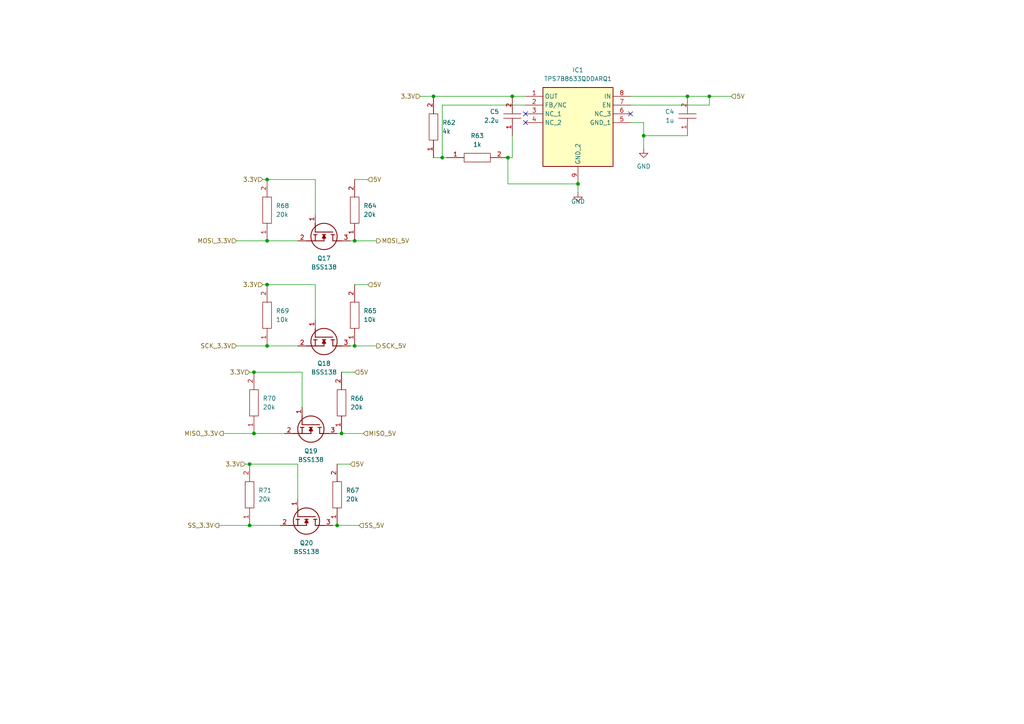
<source format=kicad_sch>
(kicad_sch (version 20231120) (generator "eeschema") (generator_version "8.0")
  (paper "A4")
  (title_block (title "VCU DEV_BENCH") (date "2024-06-28") (rev "v1") (company "EPSA"))
  (lib_symbols
    (symbol "BSS138:BSS138" (pin_names hide)
      (property "Reference" "Q" (at 11.43 3.81 0))
      (property "Value" "BSS138" (at 11.43 1.27 0))
      (symbol "BSS138_1_1"
        (polyline (pts (xy 2.54 0) (xy 5.08 0)) (stroke (width 0.254)))
        (polyline (pts (xy 5.08 5.08) (xy 5.08 0)) (stroke (width 0.254)))
        (polyline (pts (xy 5.842 -0.508) (xy 5.842 0.508)) (stroke (width 0.254)))
        (polyline (pts (xy 5.842 0) (xy 7.62 0)) (stroke (width 0.254)))
        (polyline (pts (xy 5.842 2.032) (xy 5.842 3.048)) (stroke (width 0.254)))
        (polyline (pts (xy 5.842 5.588) (xy 5.842 4.572)) (stroke (width 0.254)))
        (polyline (pts (xy 7.62 2.54) (xy 5.842 2.54)) (stroke (width 0.254)))
        (polyline (pts (xy 7.62 2.54) (xy 7.62 -2.54)) (stroke (width 0.254)))
        (polyline (pts (xy 7.62 5.08) (xy 5.842 5.08)) (stroke (width 0.254)))
        (polyline (pts (xy 7.62 5.08) (xy 7.62 7.62)) (stroke (width 0.254)))
        (polyline (pts (xy 5.842 2.54) (xy 6.858 3.048) (xy 6.858 2.032) (xy 5.842 2.54)) (stroke (width 0.254)) (fill (type outline)))
        (circle (center 6.35 2.54) (radius 3.81) (stroke (width 0.254)))
        (pin passive line (at 0 0 0) (length 2.54) (name "G") (number "1"))
        (pin passive line (at 7.62 -5.08 90) (length 2.54) (name "S") (number "2"))
        (pin passive line (at 7.62 10.16 270) (length 2.54) (name "D") (number "3"))
      )
    )
    (symbol "EPSA_lib:Condensateur 0805Y1000104JXT" (pin_names (offset 0.762))
      (property "Reference" "C" (at 3.048 -1.524 0))
      (property "Value" "10u" (at 10.414 -2.286 0))
      (symbol "Condensateur 0805Y1000104JXT_0_1"
        (polyline (pts (xy 5.08 2.54) (xy 5.08 -2.54)) (stroke (width 0.1524)))
        (polyline (pts (xy 6.35 2.54) (xy 6.35 -2.54)) (stroke (width 0.1524)))
      )
      (symbol "Condensateur 0805Y1000104JXT_1_0"
        (pin passive line (at 0 0 0) (length 5.08) (name "~") (number "1"))
        (pin passive line (at 11.43 0 180) (length 5.08) (name "~") (number "2"))
      )
    )
    (symbol "EPSA_lib:Résistance RK73H2BLTDD2152F" (pin_names (offset 0.762))
      (property "Reference" "R" (at 7.62 0 0))
      (property "Value" "10" (at 7.366 2.54 0))
      (symbol "Résistance RK73H2BLTDD2152F_0_1"
        (polyline (pts (xy 5.08 1.27) (xy 12.7 1.27) (xy 12.7 -1.27) (xy 5.08 -1.27) (xy 5.08 1.27)) (stroke (width 0.1524)))
      )
      (symbol "Résistance RK73H2BLTDD2152F_1_0"
        (pin passive line (at 0 0 0) (length 5.08) (name "~") (number "1"))
        (pin passive line (at 17.78 0 180) (length 5.08) (name "~") (number "2"))
      )
    )
    (symbol "Régulateur de Tension Linéaire:TPS7B8633QDDARQ1"
      (property "Reference" "IC" (at 26.67 7.62 0))
      (property "Value" "TPS7B8633QDDARQ1" (at 26.67 5.08 0))
      (symbol "TPS7B8633QDDARQ1_1_1"
        (rectangle (start 5.08 2.54) (end 25.4 -20.32) (stroke (width 0.254)) (fill (type background)))
        (pin passive line (at 0 0 0) (length 5.08) (name "OUT") (number "1"))
        (pin passive line (at 0 -2.54 0) (length 5.08) (name "FB/NC") (number "2"))
        (pin passive line (at 0 -5.08 0) (length 5.08) (name "NC_1") (number "3"))
        (pin passive line (at 0 -7.62 0) (length 5.08) (name "NC_2") (number "4"))
        (pin passive line (at 30.48 -7.62 180) (length 5.08) (name "GND_1") (number "5"))
        (pin passive line (at 30.48 -5.08 180) (length 5.08) (name "NC_3") (number "6"))
        (pin passive line (at 30.48 -2.54 180) (length 5.08) (name "EN") (number "7"))
        (pin passive line (at 30.48 0 180) (length 5.08) (name "IN") (number "8"))
        (pin passive line (at 15.24 -25.4 90) (length 5.08) (name "GND_2") (number "9"))
      )
    )
    (symbol "power:GND" (power) (pin_numbers hide) (pin_names (offset 0) hide)
      (property "Value" "GND" (at 0 -3.81 0))
      (symbol "GND_0_1"
        (polyline (pts (xy 0 0) (xy 0 -1.27) (xy 1.27 -1.27) (xy 0 -2.54) (xy -1.27 -1.27) (xy 0 -1.27)))
      )
      (symbol "GND_1_1"
        (pin power_in line (at 0 0 270) (length 0) (name "~") (number "1"))
      )
    )
  )
  (junction (at 77.47 52.07))
  (junction (at 125.73 27.94))
  (junction (at 128.27 45.72))
  (junction (at 77.47 82.55))
  (junction (at 148.59 27.94))
  (junction (at 77.47 100.33))
  (junction (at 186.69 39.37))
  (junction (at 102.87 69.85))
  (junction (at 199.39 27.94))
  (junction (at 73.66 107.95))
  (junction (at 205.74 27.94))
  (junction (at 72.39 134.62))
  (junction (at 99.06 125.73))
  (junction (at 77.47 69.85))
  (junction (at 97.79 152.4))
  (junction (at 73.66 125.73))
  (junction (at 147.32 45.72))
  (junction (at 167.64 53.34))
  (junction (at 72.39 152.4))
  (junction (at 102.87 100.33))
  (no_connect (at 152.4 33.02))
  (no_connect (at 152.4 35.56))
  (no_connect (at 182.88 33.02))
  (wire (pts (xy 72.39 107.95) (xy 73.66 107.95)))
  (wire (pts (xy 87.63 118.11) (xy 87.63 107.95)))
  (wire (pts (xy 68.58 69.85) (xy 77.47 69.85)))
  (wire (pts (xy 91.44 52.07) (xy 77.47 52.07)))
  (wire (pts (xy 205.74 30.48) (xy 205.74 27.94)))
  (wire (pts (xy 148.59 45.72) (xy 147.32 45.72)))
  (wire (pts (xy 199.39 27.94) (xy 205.74 27.94)))
  (wire (pts (xy 87.63 107.95) (xy 73.66 107.95)))
  (wire (pts (xy 182.88 27.94) (xy 199.39 27.94)))
  (wire (pts (xy 186.69 35.56) (xy 182.88 35.56)))
  (wire (pts (xy 63.5 152.4) (xy 72.39 152.4)))
  (wire (pts (xy 186.69 39.37) (xy 186.69 43.18)))
  (wire (pts (xy 86.36 144.78) (xy 86.36 134.62)))
  (wire (pts (xy 97.79 125.73) (xy 99.06 125.73)))
  (wire (pts (xy 147.32 53.34) (xy 147.32 45.72)))
  (wire (pts (xy 97.79 152.4) (xy 104.14 152.4)))
  (wire (pts (xy 73.66 125.73) (xy 82.55 125.73)))
  (wire (pts (xy 182.88 30.48) (xy 205.74 30.48)))
  (wire (pts (xy 199.39 39.37) (xy 186.69 39.37)))
  (wire (pts (xy 128.27 30.48) (xy 128.27 45.72)))
  (wire (pts (xy 99.06 107.95) (xy 102.87 107.95)))
  (wire (pts (xy 148.59 39.37) (xy 148.59 45.72)))
  (wire (pts (xy 71.12 134.62) (xy 72.39 134.62)))
  (wire (pts (xy 167.64 55.88) (xy 167.64 53.34)))
  (wire (pts (xy 96.52 152.4) (xy 97.79 152.4)))
  (wire (pts (xy 68.58 100.33) (xy 77.47 100.33)))
  (wire (pts (xy 64.77 125.73) (xy 73.66 125.73)))
  (wire (pts (xy 102.87 82.55) (xy 106.68 82.55)))
  (wire (pts (xy 76.2 52.07) (xy 77.47 52.07)))
  (wire (pts (xy 72.39 152.4) (xy 81.28 152.4)))
  (wire (pts (xy 77.47 100.33) (xy 86.36 100.33)))
  (wire (pts (xy 125.73 27.94) (xy 148.59 27.94)))
  (wire (pts (xy 186.69 35.56) (xy 186.69 39.37)))
  (wire (pts (xy 121.92 27.94) (xy 125.73 27.94)))
  (wire (pts (xy 86.36 134.62) (xy 72.39 134.62)))
  (wire (pts (xy 97.79 134.62) (xy 101.6 134.62)))
  (wire (pts (xy 102.87 100.33) (xy 109.22 100.33)))
  (wire (pts (xy 102.87 52.07) (xy 106.68 52.07)))
  (wire (pts (xy 101.6 100.33) (xy 102.87 100.33)))
  (wire (pts (xy 148.59 27.94) (xy 152.4 27.94)))
  (wire (pts (xy 77.47 69.85) (xy 86.36 69.85)))
  (wire (pts (xy 102.87 69.85) (xy 109.22 69.85)))
  (wire (pts (xy 101.6 69.85) (xy 102.87 69.85)))
  (wire (pts (xy 99.06 125.73) (xy 105.41 125.73)))
  (wire (pts (xy 147.32 53.34) (xy 167.64 53.34)))
  (wire (pts (xy 212.09 27.94) (xy 205.74 27.94)))
  (wire (pts (xy 91.44 82.55) (xy 77.47 82.55)))
  (wire (pts (xy 125.73 45.72) (xy 128.27 45.72)))
  (wire (pts (xy 91.44 92.71) (xy 91.44 82.55)))
  (wire (pts (xy 128.27 45.72) (xy 129.54 45.72)))
  (wire (pts (xy 76.2 82.55) (xy 77.47 82.55)))
  (wire (pts (xy 91.44 62.23) (xy 91.44 52.07)))
  (wire (pts (xy 152.4 30.48) (xy 128.27 30.48)))
  (hierarchical_label "5V" (shape input) (at 106.68 82.55 0))
  (hierarchical_label "MISO_5V" (shape input) (at 105.41 125.73 0))
  (hierarchical_label "MISO_3.3V" (shape output) (at 64.77 125.73 180))
  (hierarchical_label "5V" (shape input) (at 101.6 134.62 0))
  (hierarchical_label "3.3V" (shape input) (at 76.2 52.07 180))
  (hierarchical_label "MOSI_3.3V" (shape input) (at 68.58 69.85 180))
  (hierarchical_label "SCK_3.3V" (shape input) (at 68.58 100.33 180))
  (hierarchical_label "SS_5V" (shape input) (at 104.14 152.4 0))
  (hierarchical_label "MOSI_5V" (shape output) (at 109.22 69.85 0))
  (hierarchical_label "3.3V" (shape input) (at 76.2 82.55 180))
  (hierarchical_label "5V" (shape input) (at 212.09 27.94 0))
  (hierarchical_label "3.3V" (shape input) (at 71.12 134.62 180))
  (hierarchical_label "SS_3.3V" (shape output) (at 63.5 152.4 180))
  (hierarchical_label "5V" (shape input) (at 102.87 107.95 0))
  (hierarchical_label "3.3V" (shape input) (at 72.39 107.95 180))
  (hierarchical_label "5V" (shape input) (at 106.68 52.07 0))
  (hierarchical_label "3.3V" (shape input) (at 121.92 27.94 180))
  (hierarchical_label "SCK_5V" (shape output) (at 109.22 100.33 0))
  (symbol (lib_id "EPSA_lib:Résistance RK73H2BLTDD2152F") (at 125.73 45.72 90) (unit 1)
    (property "Reference" "R62" (at 128.27 35.5599 90) (effects (justify right)))
    (property "Value" "4k" (at 128.27 38.0999 90) (effects (justify right)))
    (property "Footprint" "EPSA_lib:RESC3216X70N" (effects (hide yes)))
    (property "Datasheet" "http://www.koaspeer.com/catimages/Products/RK73H/RK73H.pdf" (effects (hide yes)))
    (property "Description" "Thick Film Resistors - SMD" (effects (hide yes)))
    (property "Sim.Pins" "1=+ 2=-" (effects (hide yes)))
    (property "Sim.Device" "R" (effects (hide yes)))
    (property "Height" "0.7" (effects (hide yes)))
    (property "Manufacturer_Name" "KOA Speer" (effects (hide yes)))
    (property "Manufacturer_Part_Number" "RK73H2BLTDD2152F" (effects (hide yes)))
    (property "Mouser Part Number" "N/A" (effects (hide yes)))
    (property "Mouser Price/Stock" "https://www.mouser.co.uk/ProductDetail/KOA-Speer/RK73H2BLTDD2152F?qs=WeIALVmW3zmyxMFsjVzMRw%3D%3D" (effects (hide yes)))
    (property "Render Name" "Résistance" (effects (hide yes)))
  )
  (symbol (lib_id "power:GND") (at 186.69 43.18 0) (unit 1)
    (property "Reference" "#PWR024" (effects (hide yes)))
    (property "Value" "GND" (at 186.69 48.26 0))
    (property "Description" "Power symbol creates a global label with name \"GND\" , ground" (effects (hide yes)))
  )
  (symbol (lib_id "BSS138:BSS138") (at 91.44 92.71 270) (unit 1)
    (property "Reference" "Q18" (at 93.98 105.41 90))
    (property "Value" "BSS138" (at 93.98 107.95 90))
    (property "Footprint" "SOT95P240X120-3N" (effects (hide yes)))
    (property "Datasheet" "https://www.onsemi.com/pub/Collateral/BSS138-D.PDF" (effects (hide yes)))
    (property "Description" "N-channel MOSFET,BSS138 0.2A 50V" (effects (hide yes)))
    (property "Height" "1.2" (effects (hide yes)))
    (property "Mouser Part Number" "512-BSS138" (effects (hide yes)))
    (property "Mouser Price/Stock" "https://www.mouser.co.uk/ProductDetail/onsemi-Fairchild/BSS138?qs=HK%252BeIG1iaahCeqBvjB4arg%3D%3D" (effects (hide yes)))
    (property "Manufacturer_Name" "onsemi" (effects (hide yes)))
    (property "Manufacturer_Part_Number" "BSS138" (effects (hide yes)))
  )
  (symbol (lib_id "EPSA_lib:Résistance RK73H2BLTDD2152F") (at 72.39 152.4 90) (unit 1)
    (property "Reference" "R71" (at 74.93 142.2399 90) (effects (justify right)))
    (property "Value" "20k" (at 74.93 144.7799 90) (effects (justify right)))
    (property "Footprint" "EPSA_lib:RESC3216X70N" (effects (hide yes)))
    (property "Datasheet" "http://www.koaspeer.com/catimages/Products/RK73H/RK73H.pdf" (effects (hide yes)))
    (property "Description" "Thick Film Resistors - SMD" (effects (hide yes)))
    (property "Sim.Pins" "1=+ 2=-" (effects (hide yes)))
    (property "Sim.Device" "R" (effects (hide yes)))
    (property "Height" "0.7" (effects (hide yes)))
    (property "Manufacturer_Name" "KOA Speer" (effects (hide yes)))
    (property "Manufacturer_Part_Number" "RK73H2BLTDD2152F" (effects (hide yes)))
    (property "Mouser Part Number" "N/A" (effects (hide yes)))
    (property "Mouser Price/Stock" "https://www.mouser.co.uk/ProductDetail/KOA-Speer/RK73H2BLTDD2152F?qs=WeIALVmW3zmyxMFsjVzMRw%3D%3D" (effects (hide yes)))
    (property "Render Name" "Résistance" (effects (hide yes)))
  )
  (symbol (lib_id "EPSA_lib:Résistance RK73H2BLTDD2152F") (at 102.87 69.85 90) (unit 1)
    (property "Reference" "R64" (at 105.41 59.6899 90) (effects (justify right)))
    (property "Value" "20k" (at 105.41 62.2299 90) (effects (justify right)))
    (property "Footprint" "EPSA_lib:RESC3216X70N" (effects (hide yes)))
    (property "Datasheet" "http://www.koaspeer.com/catimages/Products/RK73H/RK73H.pdf" (effects (hide yes)))
    (property "Description" "Thick Film Resistors - SMD" (effects (hide yes)))
    (property "Sim.Pins" "1=+ 2=-" (effects (hide yes)))
    (property "Sim.Device" "R" (effects (hide yes)))
    (property "Height" "0.7" (effects (hide yes)))
    (property "Manufacturer_Name" "KOA Speer" (effects (hide yes)))
    (property "Manufacturer_Part_Number" "RK73H2BLTDD2152F" (effects (hide yes)))
    (property "Mouser Part Number" "N/A" (effects (hide yes)))
    (property "Mouser Price/Stock" "https://www.mouser.co.uk/ProductDetail/KOA-Speer/RK73H2BLTDD2152F?qs=WeIALVmW3zmyxMFsjVzMRw%3D%3D" (effects (hide yes)))
    (property "Render Name" "Résistance" (effects (hide yes)))
  )
  (symbol (lib_id "BSS138:BSS138") (at 91.44 62.23 270) (unit 1)
    (property "Reference" "Q17" (at 93.98 74.93 90))
    (property "Value" "BSS138" (at 93.98 77.47 90))
    (property "Footprint" "SOT95P240X120-3N" (effects (hide yes)))
    (property "Datasheet" "https://www.onsemi.com/pub/Collateral/BSS138-D.PDF" (effects (hide yes)))
    (property "Description" "N-channel MOSFET,BSS138 0.2A 50V" (effects (hide yes)))
    (property "Height" "1.2" (effects (hide yes)))
    (property "Mouser Part Number" "512-BSS138" (effects (hide yes)))
    (property "Mouser Price/Stock" "https://www.mouser.co.uk/ProductDetail/onsemi-Fairchild/BSS138?qs=HK%252BeIG1iaahCeqBvjB4arg%3D%3D" (effects (hide yes)))
    (property "Manufacturer_Name" "onsemi" (effects (hide yes)))
    (property "Manufacturer_Part_Number" "BSS138" (effects (hide yes)))
  )
  (symbol (lib_id "EPSA_lib:Résistance RK73H2BLTDD2152F") (at 77.47 69.85 90) (unit 1)
    (property "Reference" "R68" (at 80.01 59.6899 90) (effects (justify right)))
    (property "Value" "20k" (at 80.01 62.2299 90) (effects (justify right)))
    (property "Footprint" "EPSA_lib:RESC3216X70N" (effects (hide yes)))
    (property "Datasheet" "http://www.koaspeer.com/catimages/Products/RK73H/RK73H.pdf" (effects (hide yes)))
    (property "Description" "Thick Film Resistors - SMD" (effects (hide yes)))
    (property "Sim.Pins" "1=+ 2=-" (effects (hide yes)))
    (property "Sim.Device" "R" (effects (hide yes)))
    (property "Height" "0.7" (effects (hide yes)))
    (property "Manufacturer_Name" "KOA Speer" (effects (hide yes)))
    (property "Manufacturer_Part_Number" "RK73H2BLTDD2152F" (effects (hide yes)))
    (property "Mouser Part Number" "N/A" (effects (hide yes)))
    (property "Mouser Price/Stock" "https://www.mouser.co.uk/ProductDetail/KOA-Speer/RK73H2BLTDD2152F?qs=WeIALVmW3zmyxMFsjVzMRw%3D%3D" (effects (hide yes)))
    (property "Render Name" "Résistance" (effects (hide yes)))
  )
  (symbol (lib_id "EPSA_lib:Résistance RK73H2BLTDD2152F") (at 77.47 100.33 90) (unit 1)
    (property "Reference" "R69" (at 80.01 90.1699 90) (effects (justify right)))
    (property "Value" "10k" (at 80.01 92.7099 90) (effects (justify right)))
    (property "Footprint" "EPSA_lib:RESC3216X70N" (effects (hide yes)))
    (property "Datasheet" "http://www.koaspeer.com/catimages/Products/RK73H/RK73H.pdf" (effects (hide yes)))
    (property "Description" "Thick Film Resistors - SMD" (effects (hide yes)))
    (property "Sim.Pins" "1=+ 2=-" (effects (hide yes)))
    (property "Sim.Device" "R" (effects (hide yes)))
    (property "Height" "0.7" (effects (hide yes)))
    (property "Manufacturer_Name" "KOA Speer" (effects (hide yes)))
    (property "Manufacturer_Part_Number" "RK73H2BLTDD2152F" (effects (hide yes)))
    (property "Mouser Part Number" "N/A" (effects (hide yes)))
    (property "Mouser Price/Stock" "https://www.mouser.co.uk/ProductDetail/KOA-Speer/RK73H2BLTDD2152F?qs=WeIALVmW3zmyxMFsjVzMRw%3D%3D" (effects (hide yes)))
    (property "Render Name" "Résistance" (effects (hide yes)))
  )
  (symbol (lib_id "EPSA_lib:Condensateur 0805Y1000104JXT") (at 148.59 39.37 90) (unit 1)
    (property "Reference" "C5" (at 144.78 32.3849 90) (effects (justify left)))
    (property "Value" "2.2u" (at 144.78 34.9249 90) (effects (justify left)))
    (property "Footprint" "EPSA_lib:CAPC2012X130N" (effects (hide yes)))
    (property "Datasheet" "http://docs-europe.electrocomponents.com/webdocs/119d/0900766b8119d7bc.pdf" (effects (hide yes)))
    (property "Description" "Syfer 0805 Ceramic Chip Capacitors" (effects (hide yes)))
    (property "Sim.Pins" "1=+ 2=-" (effects (hide yes)))
    (property "Sim.Device" "C" (effects (hide yes)))
    (property "Height" "1.3" (effects (hide yes)))
    (property "Manufacturer_Name" "Syfer" (effects (hide yes)))
    (property "Manufacturer_Part_Number" "0805Y1000104JXT" (effects (hide yes)))
    (property "Render Name" "Condensateur" (effects (hide yes)))
  )
  (symbol (lib_id "BSS138:BSS138") (at 87.63 118.11 270) (unit 1)
    (property "Reference" "Q19" (at 90.17 130.81 90))
    (property "Value" "BSS138" (at 90.17 133.35 90))
    (property "Footprint" "SOT95P240X120-3N" (effects (hide yes)))
    (property "Datasheet" "https://www.onsemi.com/pub/Collateral/BSS138-D.PDF" (effects (hide yes)))
    (property "Description" "N-channel MOSFET,BSS138 0.2A 50V" (effects (hide yes)))
    (property "Height" "1.2" (effects (hide yes)))
    (property "Mouser Part Number" "512-BSS138" (effects (hide yes)))
    (property "Mouser Price/Stock" "https://www.mouser.co.uk/ProductDetail/onsemi-Fairchild/BSS138?qs=HK%252BeIG1iaahCeqBvjB4arg%3D%3D" (effects (hide yes)))
    (property "Manufacturer_Name" "onsemi" (effects (hide yes)))
    (property "Manufacturer_Part_Number" "BSS138" (effects (hide yes)))
  )
  (symbol (lib_id "EPSA_lib:Condensateur 0805Y1000104JXT") (at 199.39 39.37 90) (unit 1)
    (property "Reference" "C4" (at 195.58 32.3849 90) (effects (justify left)))
    (property "Value" "1u" (at 195.58 34.9249 90) (effects (justify left)))
    (property "Footprint" "EPSA_lib:CAPC2012X130N" (effects (hide yes)))
    (property "Datasheet" "http://docs-europe.electrocomponents.com/webdocs/119d/0900766b8119d7bc.pdf" (effects (hide yes)))
    (property "Description" "Syfer 0805 Ceramic Chip Capacitors" (effects (hide yes)))
    (property "Sim.Pins" "1=+ 2=-" (effects (hide yes)))
    (property "Sim.Device" "C" (effects (hide yes)))
    (property "Height" "1.3" (effects (hide yes)))
    (property "Manufacturer_Name" "Syfer" (effects (hide yes)))
    (property "Manufacturer_Part_Number" "0805Y1000104JXT" (effects (hide yes)))
    (property "Render Name" "Condensateur" (effects (hide yes)))
  )
  (symbol (lib_id "EPSA_lib:Résistance RK73H2BLTDD2152F") (at 97.79 152.4 90) (unit 1)
    (property "Reference" "R67" (at 100.33 142.2399 90) (effects (justify right)))
    (property "Value" "20k" (at 100.33 144.7799 90) (effects (justify right)))
    (property "Footprint" "EPSA_lib:RESC3216X70N" (effects (hide yes)))
    (property "Datasheet" "http://www.koaspeer.com/catimages/Products/RK73H/RK73H.pdf" (effects (hide yes)))
    (property "Description" "Thick Film Resistors - SMD" (effects (hide yes)))
    (property "Sim.Pins" "1=+ 2=-" (effects (hide yes)))
    (property "Sim.Device" "R" (effects (hide yes)))
    (property "Height" "0.7" (effects (hide yes)))
    (property "Manufacturer_Name" "KOA Speer" (effects (hide yes)))
    (property "Manufacturer_Part_Number" "RK73H2BLTDD2152F" (effects (hide yes)))
    (property "Mouser Part Number" "N/A" (effects (hide yes)))
    (property "Mouser Price/Stock" "https://www.mouser.co.uk/ProductDetail/KOA-Speer/RK73H2BLTDD2152F?qs=WeIALVmW3zmyxMFsjVzMRw%3D%3D" (effects (hide yes)))
    (property "Render Name" "Résistance" (effects (hide yes)))
  )
  (symbol (lib_id "BSS138:BSS138") (at 86.36 144.78 270) (unit 1)
    (property "Reference" "Q20" (at 88.9 157.48 90))
    (property "Value" "BSS138" (at 88.9 160.02 90))
    (property "Footprint" "SOT95P240X120-3N" (effects (hide yes)))
    (property "Datasheet" "https://www.onsemi.com/pub/Collateral/BSS138-D.PDF" (effects (hide yes)))
    (property "Description" "N-channel MOSFET,BSS138 0.2A 50V" (effects (hide yes)))
    (property "Height" "1.2" (effects (hide yes)))
    (property "Mouser Part Number" "512-BSS138" (effects (hide yes)))
    (property "Mouser Price/Stock" "https://www.mouser.co.uk/ProductDetail/onsemi-Fairchild/BSS138?qs=HK%252BeIG1iaahCeqBvjB4arg%3D%3D" (effects (hide yes)))
    (property "Manufacturer_Name" "onsemi" (effects (hide yes)))
    (property "Manufacturer_Part_Number" "BSS138" (effects (hide yes)))
  )
  (symbol (lib_id "power:GND") (at 167.64 55.88 0) (unit 1)
    (property "Reference" "#PWR023" (effects (hide yes)))
    (property "Value" "GND" (at 167.64 58.42 0))
    (property "Description" "Power symbol creates a global label with name \"GND\" , ground" (effects (hide yes)))
  )
  (symbol (lib_id "Régulateur de Tension Linéaire:TPS7B8633QDDARQ1") (at 152.4 27.94 0) (unit 1)
    (property "Reference" "IC1" (at 167.64 20.32 0))
    (property "Value" "TPS7B8633QDDARQ1" (at 167.64 22.86 0))
    (property "Footprint" "SOIC127P600X170-9N" (effects (hide yes)))
    (property "Datasheet" "https://www.ti.com/lit/gpn/tps7b86-q1" (effects (hide yes)))
    (property "Description" "LDO Voltage Regulators Automotive 500-mA, 40-V, ultra-low-IQ, low-dropout (LDO) linear regulator with power good 8-SO PowerPAD -40 to 150" (effects (hide yes)))
    (property "Height" "1.7" (effects (hide yes)))
    (property "Mouser Part Number" "595-TPS7B8633QDDARQ1" (effects (hide yes)))
    (property "Mouser Price/Stock" "https://www.mouser.co.uk/ProductDetail/Texas-Instruments/TPS7B8633QDDARQ1?qs=KUoIvG%2F9IlY1VB%2FRxrIgew%3D%3D" (effects (hide yes)))
    (property "Manufacturer_Name" "Texas Instruments" (effects (hide yes)))
    (property "Manufacturer_Part_Number" "TPS7B8633QDDARQ1" (effects (hide yes)))
  )
  (symbol (lib_id "EPSA_lib:Résistance RK73H2BLTDD2152F") (at 129.54 45.72 0) (unit 1)
    (property "Reference" "R63" (at 138.43 39.37 0))
    (property "Value" "1k" (at 138.43 41.91 0))
    (property "Footprint" "EPSA_lib:RESC3216X70N" (effects (hide yes)))
    (property "Datasheet" "http://www.koaspeer.com/catimages/Products/RK73H/RK73H.pdf" (effects (hide yes)))
    (property "Description" "Thick Film Resistors - SMD" (effects (hide yes)))
    (property "Sim.Pins" "1=+ 2=-" (effects (hide yes)))
    (property "Sim.Device" "R" (effects (hide yes)))
    (property "Height" "0.7" (effects (hide yes)))
    (property "Manufacturer_Name" "KOA Speer" (effects (hide yes)))
    (property "Manufacturer_Part_Number" "RK73H2BLTDD2152F" (effects (hide yes)))
    (property "Mouser Part Number" "N/A" (effects (hide yes)))
    (property "Mouser Price/Stock" "https://www.mouser.co.uk/ProductDetail/KOA-Speer/RK73H2BLTDD2152F?qs=WeIALVmW3zmyxMFsjVzMRw%3D%3D" (effects (hide yes)))
    (property "Render Name" "Résistance" (effects (hide yes)))
  )
  (symbol (lib_id "EPSA_lib:Résistance RK73H2BLTDD2152F") (at 73.66 125.73 90) (unit 1)
    (property "Reference" "R70" (at 76.2 115.5699 90) (effects (justify right)))
    (property "Value" "20k" (at 76.2 118.1099 90) (effects (justify right)))
    (property "Footprint" "EPSA_lib:RESC3216X70N" (effects (hide yes)))
    (property "Datasheet" "http://www.koaspeer.com/catimages/Products/RK73H/RK73H.pdf" (effects (hide yes)))
    (property "Description" "Thick Film Resistors - SMD" (effects (hide yes)))
    (property "Sim.Pins" "1=+ 2=-" (effects (hide yes)))
    (property "Sim.Device" "R" (effects (hide yes)))
    (property "Height" "0.7" (effects (hide yes)))
    (property "Manufacturer_Name" "KOA Speer" (effects (hide yes)))
    (property "Manufacturer_Part_Number" "RK73H2BLTDD2152F" (effects (hide yes)))
    (property "Mouser Part Number" "N/A" (effects (hide yes)))
    (property "Mouser Price/Stock" "https://www.mouser.co.uk/ProductDetail/KOA-Speer/RK73H2BLTDD2152F?qs=WeIALVmW3zmyxMFsjVzMRw%3D%3D" (effects (hide yes)))
    (property "Render Name" "Résistance" (effects (hide yes)))
  )
  (symbol (lib_id "EPSA_lib:Résistance RK73H2BLTDD2152F") (at 99.06 125.73 90) (unit 1)
    (property "Reference" "R66" (at 101.6 115.5699 90) (effects (justify right)))
    (property "Value" "20k" (at 101.6 118.1099 90) (effects (justify right)))
    (property "Footprint" "EPSA_lib:RESC3216X70N" (effects (hide yes)))
    (property "Datasheet" "http://www.koaspeer.com/catimages/Products/RK73H/RK73H.pdf" (effects (hide yes)))
    (property "Description" "Thick Film Resistors - SMD" (effects (hide yes)))
    (property "Sim.Pins" "1=+ 2=-" (effects (hide yes)))
    (property "Sim.Device" "R" (effects (hide yes)))
    (property "Height" "0.7" (effects (hide yes)))
    (property "Manufacturer_Name" "KOA Speer" (effects (hide yes)))
    (property "Manufacturer_Part_Number" "RK73H2BLTDD2152F" (effects (hide yes)))
    (property "Mouser Part Number" "N/A" (effects (hide yes)))
    (property "Mouser Price/Stock" "https://www.mouser.co.uk/ProductDetail/KOA-Speer/RK73H2BLTDD2152F?qs=WeIALVmW3zmyxMFsjVzMRw%3D%3D" (effects (hide yes)))
    (property "Render Name" "Résistance" (effects (hide yes)))
  )
  (symbol (lib_id "EPSA_lib:Résistance RK73H2BLTDD2152F") (at 102.87 100.33 90) (unit 1)
    (property "Reference" "R65" (at 105.41 90.1699 90) (effects (justify right)))
    (property "Value" "10k" (at 105.41 92.7099 90) (effects (justify right)))
    (property "Footprint" "EPSA_lib:RESC3216X70N" (effects (hide yes)))
    (property "Datasheet" "http://www.koaspeer.com/catimages/Products/RK73H/RK73H.pdf" (effects (hide yes)))
    (property "Description" "Thick Film Resistors - SMD" (effects (hide yes)))
    (property "Sim.Pins" "1=+ 2=-" (effects (hide yes)))
    (property "Sim.Device" "R" (effects (hide yes)))
    (property "Height" "0.7" (effects (hide yes)))
    (property "Manufacturer_Name" "KOA Speer" (effects (hide yes)))
    (property "Manufacturer_Part_Number" "RK73H2BLTDD2152F" (effects (hide yes)))
    (property "Mouser Part Number" "N/A" (effects (hide yes)))
    (property "Mouser Price/Stock" "https://www.mouser.co.uk/ProductDetail/KOA-Speer/RK73H2BLTDD2152F?qs=WeIALVmW3zmyxMFsjVzMRw%3D%3D" (effects (hide yes)))
    (property "Render Name" "Résistance" (effects (hide yes)))
  )
)
</source>
